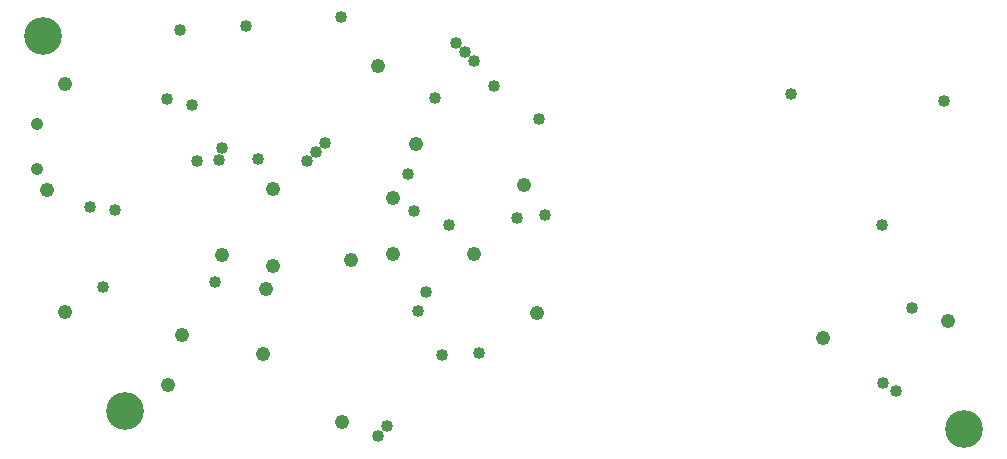
<source format=gbr>
G04 EAGLE Gerber RS-274X export*
G75*
%MOMM*%
%FSLAX34Y34*%
%LPD*%
%INSoldermask Bottom*%
%IPPOS*%
%AMOC8*
5,1,8,0,0,1.08239X$1,22.5*%
G01*
%ADD10C,3.202941*%
%ADD11C,1.053200*%
%ADD12C,1.219200*%
%ADD13C,1.016000*%


D10*
X47422Y357378D03*
X827278Y24384D03*
X116815Y40005D03*
D11*
X42015Y282398D03*
X42015Y244398D03*
D12*
X51308Y227076D03*
D13*
X177800Y251714D03*
X783082Y127000D03*
X757936Y197612D03*
D12*
X454660Y231394D03*
X412242Y172974D03*
X242062Y162560D03*
X235966Y142748D03*
X343662Y172720D03*
X308356Y167386D03*
X363474Y266192D03*
D13*
X364744Y124206D03*
X467614Y286766D03*
D12*
X233934Y87992D03*
X153162Y61722D03*
X300629Y30119D03*
D13*
X98298Y145034D03*
X108458Y209804D03*
X163576Y362712D03*
D12*
X343662Y220472D03*
X708152Y101600D03*
X813816Y116078D03*
X165354Y103886D03*
X465582Y122428D03*
D13*
X416306Y88900D03*
X385064Y86976D03*
X372051Y140657D03*
X379730Y305054D03*
X193548Y149352D03*
D12*
X198882Y171450D03*
X242127Y227773D03*
X331470Y331978D03*
D13*
X286258Y266954D03*
X397256Y351282D03*
X278535Y259231D03*
X404979Y343559D03*
X270812Y251508D03*
X412702Y335836D03*
X356616Y240030D03*
X361696Y209042D03*
X391160Y197612D03*
X810006Y302260D03*
X196596Y251968D03*
X152654Y303784D03*
D12*
X65786Y316992D03*
X66294Y123190D03*
D13*
X198882Y262636D03*
X173736Y298450D03*
X87122Y212344D03*
X300228Y373634D03*
X429260Y315214D03*
X472440Y205486D03*
X229362Y253492D03*
X219710Y365506D03*
X331165Y18999D03*
X769723Y56539D03*
X338888Y26722D03*
X758444Y63246D03*
X448564Y203454D03*
X680720Y308102D03*
M02*

</source>
